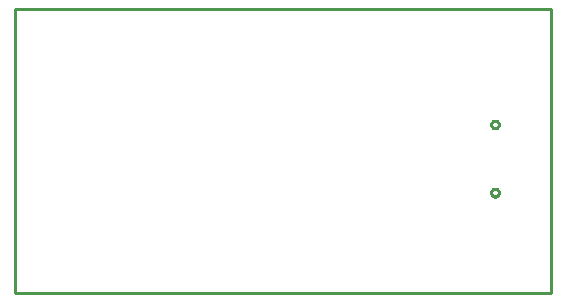
<source format=gbr>
G04 EAGLE Gerber X2 export*
%TF.Part,Single*%
%TF.FileFunction,Profile,NP*%
%TF.FilePolarity,Positive*%
%TF.GenerationSoftware,Autodesk,EAGLE,9.6.2*%
%TF.CreationDate,2022-05-14T18:51:59Z*%
G75*
%MOMM*%
%FSLAX46Y46*%
%LPD*%
%IN*%
%AMOC8*
5,1,8,0,0,1.08239X$1,22.5*%
G01*
%ADD10C,0.254000*%


D10*
X0Y20000D02*
X45390000Y20000D01*
X45390000Y24130000D01*
X0Y24130000D01*
X0Y20000D01*
X40661303Y8865000D02*
X40703541Y8859441D01*
X40744691Y8848413D01*
X40784053Y8832109D01*
X40820947Y8810806D01*
X40854747Y8784872D01*
X40884872Y8754747D01*
X40910806Y8720947D01*
X40932109Y8684053D01*
X40948413Y8644691D01*
X40959441Y8603541D01*
X40965000Y8561303D01*
X40965000Y8518697D01*
X40959441Y8476459D01*
X40948413Y8435309D01*
X40932109Y8395947D01*
X40910806Y8359053D01*
X40884872Y8325253D01*
X40854747Y8295128D01*
X40820947Y8269194D01*
X40784053Y8247891D01*
X40744691Y8231588D01*
X40703541Y8220559D01*
X40661303Y8215000D01*
X40618697Y8215000D01*
X40576459Y8220559D01*
X40535309Y8231588D01*
X40495947Y8247891D01*
X40459053Y8269194D01*
X40425253Y8295128D01*
X40395128Y8325253D01*
X40369194Y8359053D01*
X40347891Y8395947D01*
X40331588Y8435309D01*
X40320559Y8476459D01*
X40315000Y8518697D01*
X40315000Y8561303D01*
X40320559Y8603541D01*
X40331588Y8644691D01*
X40347891Y8684053D01*
X40369194Y8720947D01*
X40395128Y8754747D01*
X40425253Y8784872D01*
X40459053Y8810806D01*
X40495947Y8832109D01*
X40535309Y8848413D01*
X40576459Y8859441D01*
X40618697Y8865000D01*
X40661303Y8865000D01*
X40661303Y14645000D02*
X40703541Y14639441D01*
X40744691Y14628413D01*
X40784053Y14612109D01*
X40820947Y14590806D01*
X40854747Y14564872D01*
X40884872Y14534747D01*
X40910806Y14500947D01*
X40932109Y14464053D01*
X40948413Y14424691D01*
X40959441Y14383541D01*
X40965000Y14341303D01*
X40965000Y14298697D01*
X40959441Y14256459D01*
X40948413Y14215309D01*
X40932109Y14175947D01*
X40910806Y14139053D01*
X40884872Y14105253D01*
X40854747Y14075128D01*
X40820947Y14049194D01*
X40784053Y14027891D01*
X40744691Y14011588D01*
X40703541Y14000559D01*
X40661303Y13995000D01*
X40618697Y13995000D01*
X40576459Y14000559D01*
X40535309Y14011588D01*
X40495947Y14027891D01*
X40459053Y14049194D01*
X40425253Y14075128D01*
X40395128Y14105253D01*
X40369194Y14139053D01*
X40347891Y14175947D01*
X40331588Y14215309D01*
X40320559Y14256459D01*
X40315000Y14298697D01*
X40315000Y14341303D01*
X40320559Y14383541D01*
X40331588Y14424691D01*
X40347891Y14464053D01*
X40369194Y14500947D01*
X40395128Y14534747D01*
X40425253Y14564872D01*
X40459053Y14590806D01*
X40495947Y14612109D01*
X40535309Y14628413D01*
X40576459Y14639441D01*
X40618697Y14645000D01*
X40661303Y14645000D01*
M02*

</source>
